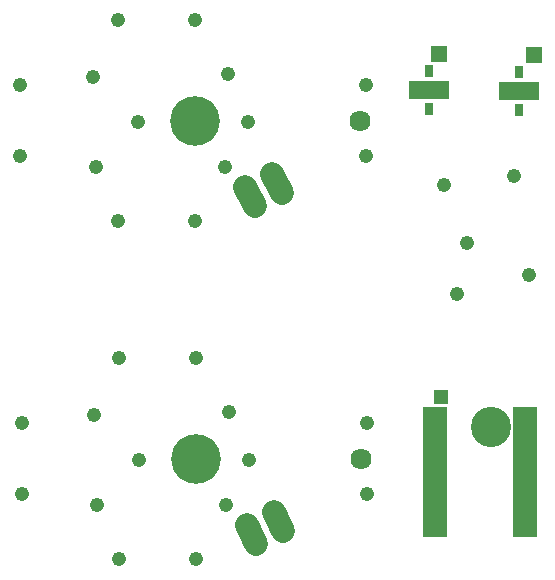
<source format=gbs>
G75*
G70*
%OFA0B0*%
%FSLAX24Y24*%
%IPPOS*%
%LPD*%
%AMOC8*
5,1,8,0,0,1.08239X$1,22.5*
%
%ADD10C,0.1655*%
%ADD11C,0.0705*%
%ADD12C,0.0789*%
%ADD13R,0.1379X0.0592*%
%ADD14R,0.0277X0.0434*%
%ADD15R,0.0830X0.4330*%
%ADD16C,0.1340*%
%ADD17C,0.0476*%
%ADD18R,0.0476X0.0476*%
%ADD19R,0.0580X0.0580*%
D10*
X007116Y011643D03*
X007077Y022903D03*
D11*
X012588Y022903D03*
X012627Y011643D03*
D12*
X009710Y009881D02*
X010020Y009244D01*
X009121Y008806D02*
X008811Y009443D01*
X009082Y020065D02*
X008771Y020702D01*
X009670Y021141D02*
X009981Y020504D01*
D13*
X014877Y023940D03*
X017897Y023890D03*
D14*
X017897Y023261D03*
X017897Y024520D03*
X014877Y024570D03*
X014877Y023311D03*
D15*
X015082Y011210D03*
X018082Y011210D03*
D16*
X016957Y012710D03*
D17*
X004556Y008297D03*
X003816Y010106D03*
X005216Y011606D03*
X003716Y013106D03*
X004556Y014990D03*
X007115Y014990D03*
X008216Y013206D03*
X008885Y011606D03*
X008116Y010106D03*
X007115Y008297D03*
X012824Y010462D03*
X012824Y012824D03*
X015837Y017120D03*
X016167Y018820D03*
X015377Y020780D03*
X017717Y021080D03*
X018237Y017760D03*
X012785Y021722D03*
X012785Y024084D03*
X008845Y022866D03*
X008077Y021366D03*
X007076Y019557D03*
X004517Y019557D03*
X003777Y021366D03*
X005177Y022866D03*
X003677Y024366D03*
X004517Y026250D03*
X007076Y026250D03*
X008177Y024466D03*
X001269Y024084D03*
X001269Y021722D03*
X001308Y012824D03*
X001308Y010462D03*
D18*
X015297Y013690D03*
D19*
X015227Y025140D03*
X018377Y025110D03*
M02*

</source>
